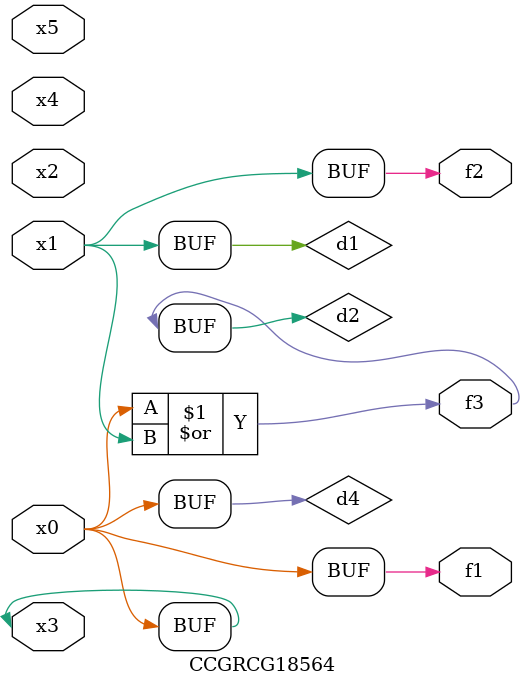
<source format=v>
module CCGRCG18564(
	input x0, x1, x2, x3, x4, x5,
	output f1, f2, f3
);

	wire d1, d2, d3, d4;

	and (d1, x1);
	or (d2, x0, x1);
	nand (d3, x0, x5);
	buf (d4, x0, x3);
	assign f1 = d4;
	assign f2 = d1;
	assign f3 = d2;
endmodule

</source>
